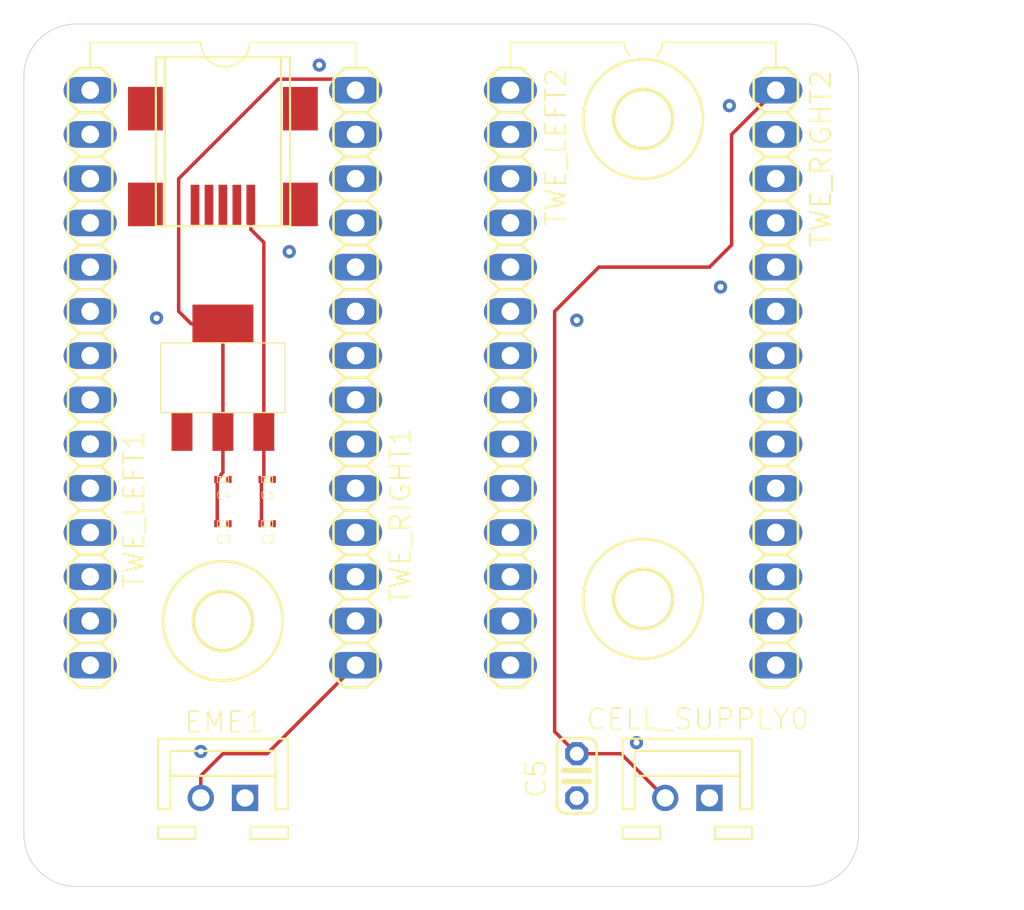
<source format=kicad_pcb>
(kicad_pcb (version 20221018) (generator pcbnew)
  (layers (0 "F.Cu" signal) (31 "B.Cu" signal) (34 "B.Paste" user) (35 "F.Paste" user) (36 "B.SilkS" user "B.Silkscreen") (37 "F.SilkS" user "F.Silkscreen") (38 "B.Mask" user) (39 "F.Mask" user) (44 "Edge.Cuts" user))
  (net 0 "")
  (net 1 "EM1")
  (net 2 "SGND")
  (net 3 "D-")
  (net 4 "D+")
  (net 5 "+5V")
  (net 6 "+3V3")
  (footprint "" (layer "F.Cu") (at 147.94 83.65)
    (fp_text reference "" (at 0 0) (layer "F.SilkS") (effects (font (size 1.27 1.27))))
    (fp_text value "" (at 0 0) (layer "F.SilkS") (effects (font (size 1.27 1.27))))
    (pad "" np_thru_hole oval (at 0.06 4.0936) (size 1 6) (drill oval 1 6) (layers "F&B.Cu" "*.Mask"))
  )
  (footprint "remote emergency switch:3,2" (layer "F.Cu") (at 135.9661 114.5236)
    (fp_text reference "H3" hide)
    (fp_text value "MOUNT-HOLE3.2" hide)
    (pad "" np_thru_hole circle (at 0 0) (size 3.2 3.2) (drill 3.2) (layers "*.Cu" "*.Mask"))
  )
  (footprint "remote emergency switch:GRM0335C1E240GA01D" (layer "F.Cu") (at 135.9661 108.9356)
    (fp_text reference "C3" (at -0.4235 0.9145) (layer "F.SilkS") (effects (font (size 0.4632 0.4632) (thickness 0.0368)) (justify left)))
    (fp_text value "22μ")
    (pad "1" smd rect (at -0.325 0) (size 0.35 0.4) (layers "F.Cu" "F.Paste" "F.Mask") (net 6 "+3V3"))
    (pad "2" smd rect (at 0.325 0) (size 0.35 0.4) (layers "F.Cu" "F.Paste" "F.Mask") (net 2 "SGND"))
  )
  (footprint "remote emergency switch:B2B-XH" (layer "F.Cu") (at 135.9661 124.6836)
    (fp_text reference "EME1" (at -2.2861 -4.3536) (layer "F.SilkS") (effects (font (size 1.176528 1.176528) (thickness 0.093472)) (justify left)))
    (fp_text value "02-JST")
    (pad "1" thru_hole rect (at 1.27 0) (size 1.508 1.508) (drill 1) (layers "*.Cu" "*.Mask") (net 2 "SGND"))
    (pad "2" thru_hole circle (at -1.27 0) (size 1.508 1.508) (drill 1) (layers "*.Cu" "*.Mask") (net 1 "EM1"))
  )
  (footprint "remote emergency switch:1X14" (layer "F.Cu") (at 167.7161 100.5536 -90)
    (fp_text reference "TWE_RIGHT2" (at -17.7536 -2.5839 90) (layer "F.SilkS") (effects (font (size 1.1557 1.1557) (thickness 0.1143)) (justify right)))
    (fp_text value "")
    (pad "1" thru_hole oval (at -16.51 0) (size 3.048 1.524) (drill 1.016) (layers "*.Cu" "*.Mask") (net 6 "+3V3"))
    (pad "2" thru_hole oval (at -13.97 0) (size 3.048 1.524) (drill 1.016) (layers "*.Cu" "*.Mask"))
    (pad "3" thru_hole oval (at -11.43 0) (size 3.048 1.524) (drill 1.016) (layers "*.Cu" "*.Mask"))
    (pad "4" thru_hole oval (at -8.89 0) (size 3.048 1.524) (drill 1.016) (layers "*.Cu" "*.Mask"))
    (pad "5" thru_hole oval (at -6.35 0) (size 3.048 1.524) (drill 1.016) (layers "*.Cu" "*.Mask"))
    (pad "6" thru_hole oval (at -3.81 0) (size 3.048 1.524) (drill 1.016) (layers "*.Cu" "*.Mask"))
    (pad "7" thru_hole oval (at -1.27 0) (size 3.048 1.524) (drill 1.016) (layers "*.Cu" "*.Mask"))
    (pad "8" thru_hole oval (at 1.27 0) (size 3.048 1.524) (drill 1.016) (layers "*.Cu" "*.Mask"))
    (pad "9" thru_hole oval (at 3.81 0) (size 3.048 1.524) (drill 1.016) (layers "*.Cu" "*.Mask"))
    (pad "10" thru_hole oval (at 6.35 0) (size 3.048 1.524) (drill 1.016) (layers "*.Cu" "*.Mask"))
    (pad "11" thru_hole oval (at 8.89 0) (size 3.048 1.524) (drill 1.016) (layers "*.Cu" "*.Mask"))
    (pad "12" thru_hole oval (at 11.43 0) (size 3.048 1.524) (drill 1.016) (layers "*.Cu" "*.Mask"))
    (pad "13" thru_hole oval (at 13.97 0) (size 3.048 1.524) (drill 1.016) (layers "*.Cu" "*.Mask"))
    (pad "14" thru_hole oval (at 16.51 0) (size 3.048 1.524) (drill 1.016) (layers "*.Cu" "*.Mask"))
  )
  (footprint "remote emergency switch:ＡＺ１１１７ＣＨ－３．３ＴＲＧ１" (layer "F.Cu") (at 135.9661 100.5536)
    (fp_text reference "REGYURETA0" hide)
    (fp_text value "３．３V" hide)
    (pad "ADJ/GND" smd rect (at -2.35 3.1 90) (size 2.2 1.2) (layers "F.Cu" "F.Paste" "F.Mask") (net 2 "SGND"))
    (pad "INPUT" smd rect (at 2.35 3.1 90) (size 2.2 1.2) (layers "F.Cu" "F.Paste" "F.Mask") (net 5 "+5V"))
    (pad "OUTPUT" smd rect (at 0 3.1 90) (size 2.2 1.2) (layers "F.Cu" "F.Paste" "F.Mask") (net 6 "+3V3"))
    (pad "VOUT" smd rect (at 0 -3.1) (size 3.5 2.2) (layers "F.Cu" "F.Paste" "F.Mask") (net 6 "+3V3"))
  )
  (footprint "remote emergency switch:GRM0335C1E240GA01D" (layer "F.Cu") (at 135.9661 106.3956)
    (fp_text reference "C4" (at -0.4235 0.9145) (layer "F.SilkS") (effects (font (size 0.4632 0.4632) (thickness 0.0368)) (justify left)))
    (fp_text value "22μ")
    (pad "1" smd rect (at -0.325 0) (size 0.35 0.4) (layers "F.Cu" "F.Paste" "F.Mask") (net 6 "+3V3"))
    (pad "2" smd rect (at 0.325 0) (size 0.35 0.4) (layers "F.Cu" "F.Paste" "F.Mask") (net 2 "SGND"))
  )
  (footprint "remote emergency switch:B2B-XH" (layer "F.Cu") (at 162.6361 124.6836)
    (fp_text reference "CELL_SUPPLY0" (at -5.8861 -4.5236) (layer "F.SilkS") (effects (font (size 1.176528 1.176528) (thickness 0.093472)) (justify left)))
    (fp_text value "02-JST")
    (pad "1" thru_hole rect (at 1.27 0) (size 1.508 1.508) (drill 1) (layers "*.Cu" "*.Mask") (net 2 "SGND"))
    (pad "2" thru_hole circle (at -1.27 0) (size 1.508 1.508) (drill 1) (layers "*.Cu" "*.Mask") (net 6 "+3V3"))
  )
  (footprint "remote emergency switch:1X14" (layer "F.Cu") (at 152.4761 100.5536 -90)
    (fp_text reference "TWE_LEFT2" (at -17.8536 -2.6239 90) (layer "F.SilkS") (effects (font (size 1.1557 1.1557) (thickness 0.1143)) (justify right)))
    (fp_text value "" hide)
    (pad "1" thru_hole oval (at -16.51 0) (size 3.048 1.524) (drill 1.016) (layers "*.Cu" "*.Mask") (net 2 "SGND"))
    (pad "2" thru_hole oval (at -13.97 0) (size 3.048 1.524) (drill 1.016) (layers "*.Cu" "*.Mask"))
    (pad "3" thru_hole oval (at -11.43 0) (size 3.048 1.524) (drill 1.016) (layers "*.Cu" "*.Mask"))
    (pad "4" thru_hole oval (at -8.89 0) (size 3.048 1.524) (drill 1.016) (layers "*.Cu" "*.Mask"))
    (pad "5" thru_hole oval (at -6.35 0) (size 3.048 1.524) (drill 1.016) (layers "*.Cu" "*.Mask"))
    (pad "6" thru_hole oval (at -3.81 0) (size 3.048 1.524) (drill 1.016) (layers "*.Cu" "*.Mask"))
    (pad "7" thru_hole oval (at -1.27 0) (size 3.048 1.524) (drill 1.016) (layers "*.Cu" "*.Mask"))
    (pad "8" thru_hole oval (at 1.27 0) (size 3.048 1.524) (drill 1.016) (layers "*.Cu" "*.Mask"))
    (pad "9" thru_hole oval (at 3.81 0) (size 3.048 1.524) (drill 1.016) (layers "*.Cu" "*.Mask"))
    (pad "10" thru_hole oval (at 6.35 0) (size 3.048 1.524) (drill 1.016) (layers "*.Cu" "*.Mask"))
    (pad "11" thru_hole oval (at 8.89 0) (size 3.048 1.524) (drill 1.016) (layers "*.Cu" "*.Mask"))
    (pad "12" thru_hole oval (at 11.43 0) (size 3.048 1.524) (drill 1.016) (layers "*.Cu" "*.Mask"))
    (pad "13" thru_hole oval (at 13.97 0) (size 3.048 1.524) (drill 1.016) (layers "*.Cu" "*.Mask"))
    (pad "14" thru_hole oval (at 16.51 0) (size 3.048 1.524) (drill 1.016) (layers "*.Cu" "*.Mask"))
  )
  (footprint "" (layer "F.Cu") (at 148.08 126.24)
    (fp_text reference "" (at 0 0) (layer "F.SilkS") (effects (font (size 1.27 1.27))))
    (fp_text value "" (at 0 0) (layer "F.SilkS") (effects (font (size 1.27 1.27))))
    (pad "" np_thru_hole oval (at -0.08 -3.9764) (size 1 6) (drill oval 1 6) (layers "F&B.Cu" "*.Mask"))
  )
  (footprint "remote emergency switch:3,2" (layer "F.Cu") (at 160.0961 113.2536)
    (fp_text reference "H2" hide)
    (fp_text value "MOUNT-HOLE3.2" hide)
    (pad "" np_thru_hole circle (at 0 0) (size 3.2 3.2) (drill 3.2) (layers "*.Cu" "*.Mask"))
  )
  (footprint "remote emergency switch:3,2" (layer "F.Cu") (at 160.0961 85.6946)
    (fp_text reference "H1" hide)
    (fp_text value "MOUNT-HOLE3.2" hide)
    (pad "" np_thru_hole circle (at 0 0) (size 3.2 3.2) (drill 3.2) (layers "*.Cu" "*.Mask"))
  )
  (footprint "remote emergency switch:1X14" (layer "F.Cu") (at 143.5861 100.5536 -90)
    (fp_text reference "TWE_RIGHT1" (at 2.7564 -2.5739 90) (layer "F.SilkS") (effects (font (size 1.1557 1.1557) (thickness 0.1143)) (justify right)))
    (fp_text value "")
    (pad "1" thru_hole oval (at -16.51 0) (size 3.048 1.524) (drill 1.016) (layers "*.Cu" "*.Mask") (net 6 "+3V3"))
    (pad "2" thru_hole oval (at -13.97 0) (size 3.048 1.524) (drill 1.016) (layers "*.Cu" "*.Mask"))
    (pad "3" thru_hole oval (at -11.43 0) (size 3.048 1.524) (drill 1.016) (layers "*.Cu" "*.Mask"))
    (pad "4" thru_hole oval (at -8.89 0) (size 3.048 1.524) (drill 1.016) (layers "*.Cu" "*.Mask"))
    (pad "5" thru_hole oval (at -6.35 0) (size 3.048 1.524) (drill 1.016) (layers "*.Cu" "*.Mask"))
    (pad "6" thru_hole oval (at -3.81 0) (size 3.048 1.524) (drill 1.016) (layers "*.Cu" "*.Mask"))
    (pad "7" thru_hole oval (at -1.27 0) (size 3.048 1.524) (drill 1.016) (layers "*.Cu" "*.Mask"))
    (pad "8" thru_hole oval (at 1.27 0) (size 3.048 1.524) (drill 1.016) (layers "*.Cu" "*.Mask"))
    (pad "9" thru_hole oval (at 3.81 0) (size 3.048 1.524) (drill 1.016) (layers "*.Cu" "*.Mask"))
    (pad "10" thru_hole oval (at 6.35 0) (size 3.048 1.524) (drill 1.016) (layers "*.Cu" "*.Mask"))
    (pad "11" thru_hole oval (at 8.89 0) (size 3.048 1.524) (drill 1.016) (layers "*.Cu" "*.Mask"))
    (pad "12" thru_hole oval (at 11.43 0) (size 3.048 1.524) (drill 1.016) (layers "*.Cu" "*.Mask"))
    (pad "13" thru_hole oval (at 13.97 0) (size 3.048 1.524) (drill 1.016) (layers "*.Cu" "*.Mask"))
    (pad "14" thru_hole oval (at 16.51 0) (size 3.048 1.524) (drill 1.016) (layers "*.Cu" "*.Mask") (net 1 "EM1"))
  )
  (footprint "remote emergency switch:GRM0335C1E240GA01D" (layer "F.Cu") (at 138.5061 106.3956)
    (fp_text reference "C1" (at -0.4235 0.9145) (layer "F.SilkS") (effects (font (size 0.4632 0.4632) (thickness 0.0368)) (justify left)))
    (fp_text value "10μ")
    (pad "1" smd rect (at -0.325 0) (size 0.35 0.4) (layers "F.Cu" "F.Paste" "F.Mask") (net 5 "+5V"))
    (pad "2" smd rect (at 0.325 0) (size 0.35 0.4) (layers "F.Cu" "F.Paste" "F.Mask") (net 2 "SGND"))
  )
  (footprint "remote emergency switch:C025-024X044" (layer "F.Cu") (at 156.2861 123.4136 -90)
    (fp_text reference "C5" (at -1.0436 2.3261 90) (layer "F.SilkS") (effects (font (size 1.1557 1.1557) (thickness 0.1143)) (justify right)))
    (fp_text value "0.1μ")
    (pad "1" thru_hole roundrect (at -1.27 0 270) (size 1.3208 1.3208) (drill 0.8128) (layers "*.Cu" "*.Mask") (chamfer_ratio 0.2928932188) (chamfer top_left top_right bottom_left bottom_right) (net 6 "+3V3"))
    (pad "2" thru_hole roundrect (at 1.27 0 270) (size 1.3208 1.3208) (drill 0.8128) (layers "*.Cu" "*.Mask") (chamfer_ratio 0.2928932188) (chamfer top_left top_right bottom_left bottom_right) (net 2 "SGND"))
  )
  (footprint "" (layer "F.Cu") (at 181.725 101.35)
    (fp_text reference "" hide)
    (fp_text value "" hide)
    (pad "" np_thru_hole oval (at -33.725 3.6436) (size 1 19.5) (drill oval 1 19.5) (layers "F&B.Cu" "*.Mask"))
  )
  (footprint "remote emergency switch:ＵＳＢコネクタ・ミニＢ(メス)" (layer "F.Cu") (at 135.9661 87.8536 180)
    (fp_text reference "DEVICE0" hide)
    (fp_text value "ＵＳＢコネクタ・ミニＢ(メス)" hide)
    (pad "D+" smd rect (at 0 -2.77 270) (size 2.3 0.5) (layers "F.Cu" "F.Paste" "F.Mask") (net 4 "D+"))
    (pad "D-" smd rect (at -0.8 -2.77 270) (size 2.3 0.5) (layers "F.Cu" "F.Paste" "F.Mask") (net 3 "D-"))
    (pad "GND" smd rect (at 1.6 -2.77 270) (size 2.3 0.5) (layers "F.Cu" "F.Paste" "F.Mask") (net 2 "SGND"))
    (pad "ID" smd rect (at 0.8 -2.77 270) (size 2.3 0.5) (layers "F.Cu" "F.Paste" "F.Mask"))
    (pad "P$6" smd rect (at -4.45 -2.75 180) (size 2 2.5) (layers "F.Cu" "F.Paste" "F.Mask"))
    (pad "P$7" smd rect (at -4.45 2.75 180) (size 2 2.5) (layers "F.Cu" "F.Paste" "F.Mask"))
    (pad "P$8" smd rect (at 4.45 -2.75 180) (size 2 2.5) (layers "F.Cu" "F.Paste" "F.Mask"))
    (pad "P$9" smd rect (at 4.45 2.75 180) (size 2 2.5) (layers "F.Cu" "F.Paste" "F.Mask"))
    (pad "VBUS" smd rect (at -1.6 -2.77 270) (size 2.3 0.5) (layers "F.Cu" "F.Paste" "F.Mask") (net 5 "+5V"))
  )
  (footprint "remote emergency switch:1X14" (layer "F.Cu") (at 128.3461 100.5536 -90)
    (fp_text reference "TWE_LEFT1" (at 2.9864 -2.5239 90) (layer "F.SilkS") (effects (font (size 1.1557 1.1557) (thickness 0.1143)) (justify right)))
    (fp_text value "")
    (pad "1" thru_hole oval (at -16.51 0) (size 3.048 1.524) (drill 1.016) (layers "*.Cu" "*.Mask") (net 2 "SGND"))
    (pad "2" thru_hole oval (at -13.97 0) (size 3.048 1.524) (drill 1.016) (layers "*.Cu" "*.Mask"))
    (pad "3" thru_hole oval (at -11.43 0) (size 3.048 1.524) (drill 1.016) (layers "*.Cu" "*.Mask"))
    (pad "4" thru_hole oval (at -8.89 0) (size 3.048 1.524) (drill 1.016) (layers "*.Cu" "*.Mask"))
    (pad "5" thru_hole oval (at -6.35 0) (size 3.048 1.524) (drill 1.016) (layers "*.Cu" "*.Mask"))
    (pad "6" thru_hole oval (at -3.81 0) (size 3.048 1.524) (drill 1.016) (layers "*.Cu" "*.Mask"))
    (pad "7" thru_hole oval (at -1.27 0) (size 3.048 1.524) (drill 1.016) (layers "*.Cu" "*.Mask"))
    (pad "8" thru_hole oval (at 1.27 0) (size 3.048 1.524) (drill 1.016) (layers "*.Cu" "*.Mask"))
    (pad "9" thru_hole oval (at 3.81 0) (size 3.048 1.524) (drill 1.016) (layers "*.Cu" "*.Mask"))
    (pad "10" thru_hole oval (at 6.35 0) (size 3.048 1.524) (drill 1.016) (layers "*.Cu" "*.Mask"))
    (pad "11" thru_hole oval (at 8.89 0) (size 3.048 1.524) (drill 1.016) (layers "*.Cu" "*.Mask"))
    (pad "12" thru_hole oval (at 11.43 0) (size 3.048 1.524) (drill 1.016) (layers "*.Cu" "*.Mask"))
    (pad "13" thru_hole oval (at 13.97 0) (size 3.048 1.524) (drill 1.016) (layers "*.Cu" "*.Mask"))
    (pad "14" thru_hole oval (at 16.51 0) (size 3.048 1.524) (drill 1.016) (layers "*.Cu" "*.Mask"))
  )
  (footprint "remote emergency switch:GRM0335C1E240GA01D" (layer "F.Cu") (at 138.5061 108.9356)
    (fp_text reference "C2" (at -0.4235 0.9145) (layer "F.SilkS") (effects (font (size 0.4632 0.4632) (thickness 0.0368)) (justify left)))
    (fp_text value "10μ")
    (pad "1" smd rect (at -0.325 0) (size 0.35 0.4) (layers "F.Cu" "F.Paste" "F.Mask") (net 5 "+5V"))
    (pad "2" smd rect (at 0.325 0) (size 0.35 0.4) (layers "F.Cu" "F.Paste" "F.Mask") (net 2 "SGND"))
  )
  (gr_arc (start 159.342434 82.077566) (mid 159.104061 81.720816) (end 159.020356 81.3) (stroke (width 0.1)) (layer "F.SilkS"))
  (gr_arc (start 161.2 81.3) (mid 161.117029 81.717125) (end 160.880746 82.070746) (stroke (width 0.1)) (layer "F.SilkS"))
  (gr_line (start 128.3461 82.7736) (end 128.3461 81.3) (stroke (width 0.1)) (layer "F.SilkS"))
  (gr_arc (start 137.5 81.3) (mid 136.1 82.7) (end 134.7 81.3) (stroke (width 0.1)) (layer "F.SilkS"))
  (gr_line (start 143.5861 81.3) (end 137.5 81.3) (stroke (width 0.1)) (layer "F.SilkS"))
  (gr_line (start 167.7161 82.7736) (end 167.7161 81.3) (stroke (width 0.1)) (layer "F.SilkS"))
  (gr_line (start 152.4761 82.7736) (end 152.4761 81.3) (stroke (width 0.1)) (layer "F.SilkS"))
  (gr_line (start 128.3461 81.3) (end 134.7 81.3) (stroke (width 0.1)) (layer "F.SilkS"))
  (gr_line (start 152.4761 81.3) (end 159 81.3) (stroke (width 0.1)) (layer "F.SilkS"))
  (gr_line (start 143.5861 82.7736) (end 143.5861 81.3) (stroke (width 0.1)) (layer "F.SilkS"))
  (gr_line (start 167.7161 81.3) (end 161.2 81.3) (stroke (width 0.1)) (layer "F.SilkS"))
  (gr_line (start 169.4661 80.2436) (end 127.54 80.2436) (stroke (width 0.05)) (layer "Edge.Cuts"))
  (gr_arc (start 169.4661 80.2436) (mid 171.58742 81.12228) (end 172.4661 83.2436) (stroke (width 0.05)) (layer "Edge.Cuts"))
  (gr_line (start 124.5361 83.2436) (end 124.5361 126.7636) (stroke (width 0.05)) (layer "Edge.Cuts"))
  (gr_line (start 127.5361 129.7636) (end 169.4661 129.7636) (stroke (width 0.05)) (layer "Edge.Cuts"))
  (gr_arc (start 124.5361 83.2436) (mid 125.41478 81.12228) (end 127.5361 80.2436) (stroke (width 0.05)) (layer "Edge.Cuts"))
  (gr_line (start 172.4661 126.7636) (end 172.4661 83.2436) (stroke (width 0.05)) (layer "Edge.Cuts"))
  (gr_arc (start 127.5361 129.7636) (mid 125.41478 128.88492) (end 124.5361 126.7636) (stroke (width 0.05)) (layer "Edge.Cuts"))
  (gr_arc (start 172.4661 126.7636) (mid 171.58742 128.88492) (end 169.4661 129.7636) (stroke (width 0.05)) (layer "Edge.Cuts"))
  (segment (start 138.5061 122.1436) (end 135.9661 122.1436) (width 0.2) (layer "F.Cu") (net 1))
  (segment (start 135.9661 122.1436) (end 134.6961 123.4136) (width 0.2) (layer "F.Cu") (net 1))
  (segment (start 134.6961 123.4136) (end 134.6961 124.6836) (width 0.2) (layer "F.Cu") (net 1))
  (segment (start 143.5861 117.0636) (end 138.5061 122.1436) (width 0.2) (layer "F.Cu") (net 1))
  (via (at 139.7761 93.3146) (size 0.7564) (drill 0.35) (layers "F.Cu" "B.Cu") (net 2))
  (via (at 165.0491 84.9326) (size 0.7564) (drill 0.35) (layers "F.Cu" "B.Cu") (net 2))
  (via (at 141.5 82.6) (size 0.7564) (drill 0.35) (layers "F.Cu" "B.Cu") (net 2))
  (via (at 156.2861 97.2516) (size 0.7564) (drill 0.35) (layers "F.Cu" "B.Cu") (net 2))
  (via (at 159.7151 121.5086) (size 0.7564) (drill 0.35) (layers "F.Cu" "B.Cu") (net 2))
  (via (at 132.1561 97.1246) (size 0.7564) (drill 0.35) (layers "F.Cu" "B.Cu") (net 2))
  (via (at 134.6961 122.0166) (size 0.7564) (drill 0.35) (layers "F.Cu" "B.Cu") (net 2))
  (via (at 164.5411 95.3466) (size 0.7564) (drill 0.35) (layers "F.Cu" "B.Cu") (net 2))
  (segment (start 138.3161 106.2606) (end 138.1811 106.3956) (width 0.2) (layer "F.Cu") (net 5))
  (segment (start 138.1811 106.3956) (end 138.1811 108.9356) (width 0.2) (layer "F.Cu") (net 5))
  (segment (start 138.3161 103.6536) (end 138.3161 106.2606) (width 0.2) (layer "F.Cu") (net 5))
  (segment (start 137.5661 90.6236) (end 137.5661 92.03665) (width 0.2) (layer "F.Cu") (net 5))
  (segment (start 138.3161 92.78665) (end 138.3161 103.6536) (width 0.2) (layer "F.Cu") (net 5))
  (segment (start 137.5661 92.03665) (end 138.3161 92.78665) (width 0.2) (layer "F.Cu") (net 5))
  (segment (start 157.5561 94.2036) (end 155.0161 96.7436) (width 0.2) (layer "F.Cu") (net 6))
  (segment (start 158.8261 122.1436) (end 161.3661 124.6836) (width 0.2) (layer "F.Cu") (net 6))
  (segment (start 135.9661 105.98865) (end 135.8637 106.09105) (width 0.2) (layer "F.Cu") (net 6))
  (segment (start 133.4261 96.7436) (end 134.1361 97.4536) (width 0.2) (layer "F.Cu") (net 6))
  (segment (start 134.1361 97.4536) (end 135.9661 97.4536) (width 0.2) (layer "F.Cu") (net 6))
  (segment (start 135.9661 103.6536) (end 135.9661 97.4536) (width 0.2) (layer "F.Cu") (net 6))
  (segment (start 135.6411 106.3956) (end 135.6411 108.9356) (width 0.2) (layer "F.Cu") (net 6))
  (segment (start 135.8637 106.173) (end 135.6411 106.3956) (width 0.2) (layer "F.Cu") (net 6))
  (segment (start 165.1761 86.5836) (end 165.1761 92.9336) (width 0.2) (layer "F.Cu") (net 6))
  (segment (start 133.4261 89.1236) (end 133.4261 96.7436) (width 0.2) (layer "F.Cu") (net 6))
  (segment (start 155.0161 96.7436) (end 155.0161 120.8736) (width 0.2) (layer "F.Cu") (net 6))
  (segment (start 155.0161 120.8736) (end 156.2861 122.1436) (width 0.2) (layer "F.Cu") (net 6))
  (segment (start 135.8637 106.09105) (end 135.8637 106.173) (width 0.2) (layer "F.Cu") (net 6))
  (segment (start 165.1761 92.9336) (end 163.9061 94.2036) (width 0.2) (layer "F.Cu") (net 6))
  (segment (start 143.5861 84.0436) (end 142.9511 83.4086) (width 0.2) (layer "F.Cu") (net 6))
  (segment (start 163.9061 94.2036) (end 157.5561 94.2036) (width 0.2) (layer "F.Cu") (net 6))
  (segment (start 135.9661 103.6536) (end 135.9661 105.98865) (width 0.2) (layer "F.Cu") (net 6))
  (segment (start 142.9511 83.4086) (end 139.1411 83.4086) (width 0.2) (layer "F.Cu") (net 6))
  (segment (start 156.2861 122.1436) (end 158.8261 122.1436) (width 0.2) (layer "F.Cu") (net 6))
  (segment (start 139.1411 83.4086) (end 133.4261 89.1236) (width 0.2) (layer "F.Cu") (net 6))
  (segment (start 167.7161 84.0436) (end 165.1761 86.5836) (width 0.2) (layer "F.Cu") (net 6))
)
</source>
